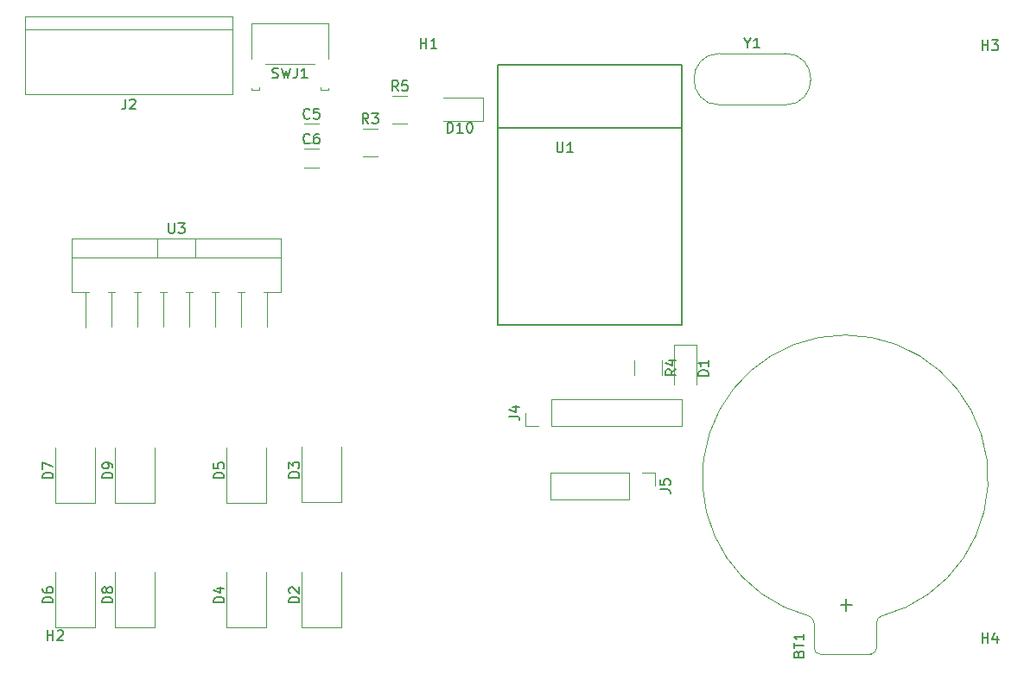
<source format=gbr>
%TF.GenerationSoftware,KiCad,Pcbnew,7.0.7*%
%TF.CreationDate,2023-11-07T23:05:13-03:00*%
%TF.ProjectId,robot seg,726f626f-7420-4736-9567-2e6b69636164,rev?*%
%TF.SameCoordinates,Original*%
%TF.FileFunction,Legend,Top*%
%TF.FilePolarity,Positive*%
%FSLAX46Y46*%
G04 Gerber Fmt 4.6, Leading zero omitted, Abs format (unit mm)*
G04 Created by KiCad (PCBNEW 7.0.7) date 2023-11-07 23:05:13*
%MOMM*%
%LPD*%
G01*
G04 APERTURE LIST*
%ADD10C,0.150000*%
%ADD11C,0.120000*%
%ADD12C,0.127000*%
G04 APERTURE END LIST*
D10*
X175731419Y-91111294D02*
X174731419Y-91111294D01*
X174731419Y-91111294D02*
X174731419Y-90873199D01*
X174731419Y-90873199D02*
X174779038Y-90730342D01*
X174779038Y-90730342D02*
X174874276Y-90635104D01*
X174874276Y-90635104D02*
X174969514Y-90587485D01*
X174969514Y-90587485D02*
X175159990Y-90539866D01*
X175159990Y-90539866D02*
X175302847Y-90539866D01*
X175302847Y-90539866D02*
X175493323Y-90587485D01*
X175493323Y-90587485D02*
X175588561Y-90635104D01*
X175588561Y-90635104D02*
X175683800Y-90730342D01*
X175683800Y-90730342D02*
X175731419Y-90873199D01*
X175731419Y-90873199D02*
X175731419Y-91111294D01*
X175731419Y-89587485D02*
X175731419Y-90158913D01*
X175731419Y-89873199D02*
X174731419Y-89873199D01*
X174731419Y-89873199D02*
X174874276Y-89968437D01*
X174874276Y-89968437D02*
X174969514Y-90063675D01*
X174969514Y-90063675D02*
X175017133Y-90158913D01*
X156205019Y-95075333D02*
X156919304Y-95075333D01*
X156919304Y-95075333D02*
X157062161Y-95122952D01*
X157062161Y-95122952D02*
X157157400Y-95218190D01*
X157157400Y-95218190D02*
X157205019Y-95361047D01*
X157205019Y-95361047D02*
X157205019Y-95456285D01*
X156538352Y-94170571D02*
X157205019Y-94170571D01*
X156157400Y-94408666D02*
X156871685Y-94646761D01*
X156871685Y-94646761D02*
X156871685Y-94027714D01*
X184559409Y-118353715D02*
X184607028Y-118210858D01*
X184607028Y-118210858D02*
X184654647Y-118163239D01*
X184654647Y-118163239D02*
X184749885Y-118115620D01*
X184749885Y-118115620D02*
X184892742Y-118115620D01*
X184892742Y-118115620D02*
X184987980Y-118163239D01*
X184987980Y-118163239D02*
X185035600Y-118210858D01*
X185035600Y-118210858D02*
X185083219Y-118306096D01*
X185083219Y-118306096D02*
X185083219Y-118687048D01*
X185083219Y-118687048D02*
X184083219Y-118687048D01*
X184083219Y-118687048D02*
X184083219Y-118353715D01*
X184083219Y-118353715D02*
X184130838Y-118258477D01*
X184130838Y-118258477D02*
X184178457Y-118210858D01*
X184178457Y-118210858D02*
X184273695Y-118163239D01*
X184273695Y-118163239D02*
X184368933Y-118163239D01*
X184368933Y-118163239D02*
X184464171Y-118210858D01*
X184464171Y-118210858D02*
X184511790Y-118258477D01*
X184511790Y-118258477D02*
X184559409Y-118353715D01*
X184559409Y-118353715D02*
X184559409Y-118687048D01*
X184083219Y-117829905D02*
X184083219Y-117258477D01*
X185083219Y-117544191D02*
X184083219Y-117544191D01*
X185083219Y-116401334D02*
X185083219Y-116972762D01*
X185083219Y-116687048D02*
X184083219Y-116687048D01*
X184083219Y-116687048D02*
X184226076Y-116782286D01*
X184226076Y-116782286D02*
X184321314Y-116877524D01*
X184321314Y-116877524D02*
X184368933Y-116972762D01*
X189243100Y-114139429D02*
X189243100Y-112996572D01*
X189814528Y-113568000D02*
X188671671Y-113568000D01*
X202539695Y-59230419D02*
X202539695Y-58230419D01*
X202539695Y-58706609D02*
X203111123Y-58706609D01*
X203111123Y-59230419D02*
X203111123Y-58230419D01*
X203492076Y-58230419D02*
X204111123Y-58230419D01*
X204111123Y-58230419D02*
X203777790Y-58611371D01*
X203777790Y-58611371D02*
X203920647Y-58611371D01*
X203920647Y-58611371D02*
X204015885Y-58658990D01*
X204015885Y-58658990D02*
X204063504Y-58706609D01*
X204063504Y-58706609D02*
X204111123Y-58801847D01*
X204111123Y-58801847D02*
X204111123Y-59039942D01*
X204111123Y-59039942D02*
X204063504Y-59135180D01*
X204063504Y-59135180D02*
X204015885Y-59182800D01*
X204015885Y-59182800D02*
X203920647Y-59230419D01*
X203920647Y-59230419D02*
X203634933Y-59230419D01*
X203634933Y-59230419D02*
X203539695Y-59182800D01*
X203539695Y-59182800D02*
X203492076Y-59135180D01*
X202539695Y-117311219D02*
X202539695Y-116311219D01*
X202539695Y-116787409D02*
X203111123Y-116787409D01*
X203111123Y-117311219D02*
X203111123Y-116311219D01*
X204015885Y-116644552D02*
X204015885Y-117311219D01*
X203777790Y-116263600D02*
X203539695Y-116977885D01*
X203539695Y-116977885D02*
X204158742Y-116977885D01*
X117337219Y-101154494D02*
X116337219Y-101154494D01*
X116337219Y-101154494D02*
X116337219Y-100916399D01*
X116337219Y-100916399D02*
X116384838Y-100773542D01*
X116384838Y-100773542D02*
X116480076Y-100678304D01*
X116480076Y-100678304D02*
X116575314Y-100630685D01*
X116575314Y-100630685D02*
X116765790Y-100583066D01*
X116765790Y-100583066D02*
X116908647Y-100583066D01*
X116908647Y-100583066D02*
X117099123Y-100630685D01*
X117099123Y-100630685D02*
X117194361Y-100678304D01*
X117194361Y-100678304D02*
X117289600Y-100773542D01*
X117289600Y-100773542D02*
X117337219Y-100916399D01*
X117337219Y-100916399D02*
X117337219Y-101154494D01*
X117337219Y-100106875D02*
X117337219Y-99916399D01*
X117337219Y-99916399D02*
X117289600Y-99821161D01*
X117289600Y-99821161D02*
X117241980Y-99773542D01*
X117241980Y-99773542D02*
X117099123Y-99678304D01*
X117099123Y-99678304D02*
X116908647Y-99630685D01*
X116908647Y-99630685D02*
X116527695Y-99630685D01*
X116527695Y-99630685D02*
X116432457Y-99678304D01*
X116432457Y-99678304D02*
X116384838Y-99725923D01*
X116384838Y-99725923D02*
X116337219Y-99821161D01*
X116337219Y-99821161D02*
X116337219Y-100011637D01*
X116337219Y-100011637D02*
X116384838Y-100106875D01*
X116384838Y-100106875D02*
X116432457Y-100154494D01*
X116432457Y-100154494D02*
X116527695Y-100202113D01*
X116527695Y-100202113D02*
X116765790Y-100202113D01*
X116765790Y-100202113D02*
X116861028Y-100154494D01*
X116861028Y-100154494D02*
X116908647Y-100106875D01*
X116908647Y-100106875D02*
X116956266Y-100011637D01*
X116956266Y-100011637D02*
X116956266Y-99821161D01*
X116956266Y-99821161D02*
X116908647Y-99725923D01*
X116908647Y-99725923D02*
X116861028Y-99678304D01*
X116861028Y-99678304D02*
X116765790Y-99630685D01*
X145324533Y-63198819D02*
X144991200Y-62722628D01*
X144753105Y-63198819D02*
X144753105Y-62198819D01*
X144753105Y-62198819D02*
X145134057Y-62198819D01*
X145134057Y-62198819D02*
X145229295Y-62246438D01*
X145229295Y-62246438D02*
X145276914Y-62294057D01*
X145276914Y-62294057D02*
X145324533Y-62389295D01*
X145324533Y-62389295D02*
X145324533Y-62532152D01*
X145324533Y-62532152D02*
X145276914Y-62627390D01*
X145276914Y-62627390D02*
X145229295Y-62675009D01*
X145229295Y-62675009D02*
X145134057Y-62722628D01*
X145134057Y-62722628D02*
X144753105Y-62722628D01*
X146229295Y-62198819D02*
X145753105Y-62198819D01*
X145753105Y-62198819D02*
X145705486Y-62675009D01*
X145705486Y-62675009D02*
X145753105Y-62627390D01*
X145753105Y-62627390D02*
X145848343Y-62579771D01*
X145848343Y-62579771D02*
X146086438Y-62579771D01*
X146086438Y-62579771D02*
X146181676Y-62627390D01*
X146181676Y-62627390D02*
X146229295Y-62675009D01*
X146229295Y-62675009D02*
X146276914Y-62770247D01*
X146276914Y-62770247D02*
X146276914Y-63008342D01*
X146276914Y-63008342D02*
X146229295Y-63103580D01*
X146229295Y-63103580D02*
X146181676Y-63151200D01*
X146181676Y-63151200D02*
X146086438Y-63198819D01*
X146086438Y-63198819D02*
X145848343Y-63198819D01*
X145848343Y-63198819D02*
X145753105Y-63151200D01*
X145753105Y-63151200D02*
X145705486Y-63103580D01*
X150144314Y-67298819D02*
X150144314Y-66298819D01*
X150144314Y-66298819D02*
X150382409Y-66298819D01*
X150382409Y-66298819D02*
X150525266Y-66346438D01*
X150525266Y-66346438D02*
X150620504Y-66441676D01*
X150620504Y-66441676D02*
X150668123Y-66536914D01*
X150668123Y-66536914D02*
X150715742Y-66727390D01*
X150715742Y-66727390D02*
X150715742Y-66870247D01*
X150715742Y-66870247D02*
X150668123Y-67060723D01*
X150668123Y-67060723D02*
X150620504Y-67155961D01*
X150620504Y-67155961D02*
X150525266Y-67251200D01*
X150525266Y-67251200D02*
X150382409Y-67298819D01*
X150382409Y-67298819D02*
X150144314Y-67298819D01*
X151668123Y-67298819D02*
X151096695Y-67298819D01*
X151382409Y-67298819D02*
X151382409Y-66298819D01*
X151382409Y-66298819D02*
X151287171Y-66441676D01*
X151287171Y-66441676D02*
X151191933Y-66536914D01*
X151191933Y-66536914D02*
X151096695Y-66584533D01*
X152287171Y-66298819D02*
X152382409Y-66298819D01*
X152382409Y-66298819D02*
X152477647Y-66346438D01*
X152477647Y-66346438D02*
X152525266Y-66394057D01*
X152525266Y-66394057D02*
X152572885Y-66489295D01*
X152572885Y-66489295D02*
X152620504Y-66679771D01*
X152620504Y-66679771D02*
X152620504Y-66917866D01*
X152620504Y-66917866D02*
X152572885Y-67108342D01*
X152572885Y-67108342D02*
X152525266Y-67203580D01*
X152525266Y-67203580D02*
X152477647Y-67251200D01*
X152477647Y-67251200D02*
X152382409Y-67298819D01*
X152382409Y-67298819D02*
X152287171Y-67298819D01*
X152287171Y-67298819D02*
X152191933Y-67251200D01*
X152191933Y-67251200D02*
X152144314Y-67203580D01*
X152144314Y-67203580D02*
X152096695Y-67108342D01*
X152096695Y-67108342D02*
X152049076Y-66917866D01*
X152049076Y-66917866D02*
X152049076Y-66679771D01*
X152049076Y-66679771D02*
X152096695Y-66489295D01*
X152096695Y-66489295D02*
X152144314Y-66394057D01*
X152144314Y-66394057D02*
X152191933Y-66346438D01*
X152191933Y-66346438D02*
X152287171Y-66298819D01*
X136661333Y-68283380D02*
X136613714Y-68331000D01*
X136613714Y-68331000D02*
X136470857Y-68378619D01*
X136470857Y-68378619D02*
X136375619Y-68378619D01*
X136375619Y-68378619D02*
X136232762Y-68331000D01*
X136232762Y-68331000D02*
X136137524Y-68235761D01*
X136137524Y-68235761D02*
X136089905Y-68140523D01*
X136089905Y-68140523D02*
X136042286Y-67950047D01*
X136042286Y-67950047D02*
X136042286Y-67807190D01*
X136042286Y-67807190D02*
X136089905Y-67616714D01*
X136089905Y-67616714D02*
X136137524Y-67521476D01*
X136137524Y-67521476D02*
X136232762Y-67426238D01*
X136232762Y-67426238D02*
X136375619Y-67378619D01*
X136375619Y-67378619D02*
X136470857Y-67378619D01*
X136470857Y-67378619D02*
X136613714Y-67426238D01*
X136613714Y-67426238D02*
X136661333Y-67473857D01*
X137518476Y-67378619D02*
X137328000Y-67378619D01*
X137328000Y-67378619D02*
X137232762Y-67426238D01*
X137232762Y-67426238D02*
X137185143Y-67473857D01*
X137185143Y-67473857D02*
X137089905Y-67616714D01*
X137089905Y-67616714D02*
X137042286Y-67807190D01*
X137042286Y-67807190D02*
X137042286Y-68188142D01*
X137042286Y-68188142D02*
X137089905Y-68283380D01*
X137089905Y-68283380D02*
X137137524Y-68331000D01*
X137137524Y-68331000D02*
X137232762Y-68378619D01*
X137232762Y-68378619D02*
X137423238Y-68378619D01*
X137423238Y-68378619D02*
X137518476Y-68331000D01*
X137518476Y-68331000D02*
X137566095Y-68283380D01*
X137566095Y-68283380D02*
X137613714Y-68188142D01*
X137613714Y-68188142D02*
X137613714Y-67950047D01*
X137613714Y-67950047D02*
X137566095Y-67854809D01*
X137566095Y-67854809D02*
X137518476Y-67807190D01*
X137518476Y-67807190D02*
X137423238Y-67759571D01*
X137423238Y-67759571D02*
X137232762Y-67759571D01*
X137232762Y-67759571D02*
X137137524Y-67807190D01*
X137137524Y-67807190D02*
X137089905Y-67854809D01*
X137089905Y-67854809D02*
X137042286Y-67950047D01*
X160895495Y-68202219D02*
X160895495Y-69011742D01*
X160895495Y-69011742D02*
X160943114Y-69106980D01*
X160943114Y-69106980D02*
X160990733Y-69154600D01*
X160990733Y-69154600D02*
X161085971Y-69202219D01*
X161085971Y-69202219D02*
X161276447Y-69202219D01*
X161276447Y-69202219D02*
X161371685Y-69154600D01*
X161371685Y-69154600D02*
X161419304Y-69106980D01*
X161419304Y-69106980D02*
X161466923Y-69011742D01*
X161466923Y-69011742D02*
X161466923Y-68202219D01*
X162466923Y-69202219D02*
X161895495Y-69202219D01*
X162181209Y-69202219D02*
X162181209Y-68202219D01*
X162181209Y-68202219D02*
X162085971Y-68345076D01*
X162085971Y-68345076D02*
X161990733Y-68440314D01*
X161990733Y-68440314D02*
X161895495Y-68487933D01*
X128254219Y-101149494D02*
X127254219Y-101149494D01*
X127254219Y-101149494D02*
X127254219Y-100911399D01*
X127254219Y-100911399D02*
X127301838Y-100768542D01*
X127301838Y-100768542D02*
X127397076Y-100673304D01*
X127397076Y-100673304D02*
X127492314Y-100625685D01*
X127492314Y-100625685D02*
X127682790Y-100578066D01*
X127682790Y-100578066D02*
X127825647Y-100578066D01*
X127825647Y-100578066D02*
X128016123Y-100625685D01*
X128016123Y-100625685D02*
X128111361Y-100673304D01*
X128111361Y-100673304D02*
X128206600Y-100768542D01*
X128206600Y-100768542D02*
X128254219Y-100911399D01*
X128254219Y-100911399D02*
X128254219Y-101149494D01*
X127254219Y-99673304D02*
X127254219Y-100149494D01*
X127254219Y-100149494D02*
X127730409Y-100197113D01*
X127730409Y-100197113D02*
X127682790Y-100149494D01*
X127682790Y-100149494D02*
X127635171Y-100054256D01*
X127635171Y-100054256D02*
X127635171Y-99816161D01*
X127635171Y-99816161D02*
X127682790Y-99720923D01*
X127682790Y-99720923D02*
X127730409Y-99673304D01*
X127730409Y-99673304D02*
X127825647Y-99625685D01*
X127825647Y-99625685D02*
X128063742Y-99625685D01*
X128063742Y-99625685D02*
X128158980Y-99673304D01*
X128158980Y-99673304D02*
X128206600Y-99720923D01*
X128206600Y-99720923D02*
X128254219Y-99816161D01*
X128254219Y-99816161D02*
X128254219Y-100054256D01*
X128254219Y-100054256D02*
X128206600Y-100149494D01*
X128206600Y-100149494D02*
X128158980Y-100197113D01*
X179557409Y-58505828D02*
X179557409Y-58982019D01*
X179224076Y-57982019D02*
X179557409Y-58505828D01*
X179557409Y-58505828D02*
X179890742Y-57982019D01*
X180747885Y-58982019D02*
X180176457Y-58982019D01*
X180462171Y-58982019D02*
X180462171Y-57982019D01*
X180462171Y-57982019D02*
X180366933Y-58124876D01*
X180366933Y-58124876D02*
X180271695Y-58220114D01*
X180271695Y-58220114D02*
X180176457Y-58267733D01*
X117332219Y-113346494D02*
X116332219Y-113346494D01*
X116332219Y-113346494D02*
X116332219Y-113108399D01*
X116332219Y-113108399D02*
X116379838Y-112965542D01*
X116379838Y-112965542D02*
X116475076Y-112870304D01*
X116475076Y-112870304D02*
X116570314Y-112822685D01*
X116570314Y-112822685D02*
X116760790Y-112775066D01*
X116760790Y-112775066D02*
X116903647Y-112775066D01*
X116903647Y-112775066D02*
X117094123Y-112822685D01*
X117094123Y-112822685D02*
X117189361Y-112870304D01*
X117189361Y-112870304D02*
X117284600Y-112965542D01*
X117284600Y-112965542D02*
X117332219Y-113108399D01*
X117332219Y-113108399D02*
X117332219Y-113346494D01*
X116760790Y-112203637D02*
X116713171Y-112298875D01*
X116713171Y-112298875D02*
X116665552Y-112346494D01*
X116665552Y-112346494D02*
X116570314Y-112394113D01*
X116570314Y-112394113D02*
X116522695Y-112394113D01*
X116522695Y-112394113D02*
X116427457Y-112346494D01*
X116427457Y-112346494D02*
X116379838Y-112298875D01*
X116379838Y-112298875D02*
X116332219Y-112203637D01*
X116332219Y-112203637D02*
X116332219Y-112013161D01*
X116332219Y-112013161D02*
X116379838Y-111917923D01*
X116379838Y-111917923D02*
X116427457Y-111870304D01*
X116427457Y-111870304D02*
X116522695Y-111822685D01*
X116522695Y-111822685D02*
X116570314Y-111822685D01*
X116570314Y-111822685D02*
X116665552Y-111870304D01*
X116665552Y-111870304D02*
X116713171Y-111917923D01*
X116713171Y-111917923D02*
X116760790Y-112013161D01*
X116760790Y-112013161D02*
X116760790Y-112203637D01*
X116760790Y-112203637D02*
X116808409Y-112298875D01*
X116808409Y-112298875D02*
X116856028Y-112346494D01*
X116856028Y-112346494D02*
X116951266Y-112394113D01*
X116951266Y-112394113D02*
X117141742Y-112394113D01*
X117141742Y-112394113D02*
X117236980Y-112346494D01*
X117236980Y-112346494D02*
X117284600Y-112298875D01*
X117284600Y-112298875D02*
X117332219Y-112203637D01*
X117332219Y-112203637D02*
X117332219Y-112013161D01*
X117332219Y-112013161D02*
X117284600Y-111917923D01*
X117284600Y-111917923D02*
X117236980Y-111870304D01*
X117236980Y-111870304D02*
X117141742Y-111822685D01*
X117141742Y-111822685D02*
X116951266Y-111822685D01*
X116951266Y-111822685D02*
X116856028Y-111870304D01*
X116856028Y-111870304D02*
X116808409Y-111917923D01*
X116808409Y-111917923D02*
X116760790Y-112013161D01*
X142403533Y-66399219D02*
X142070200Y-65923028D01*
X141832105Y-66399219D02*
X141832105Y-65399219D01*
X141832105Y-65399219D02*
X142213057Y-65399219D01*
X142213057Y-65399219D02*
X142308295Y-65446838D01*
X142308295Y-65446838D02*
X142355914Y-65494457D01*
X142355914Y-65494457D02*
X142403533Y-65589695D01*
X142403533Y-65589695D02*
X142403533Y-65732552D01*
X142403533Y-65732552D02*
X142355914Y-65827790D01*
X142355914Y-65827790D02*
X142308295Y-65875409D01*
X142308295Y-65875409D02*
X142213057Y-65923028D01*
X142213057Y-65923028D02*
X141832105Y-65923028D01*
X142736867Y-65399219D02*
X143355914Y-65399219D01*
X143355914Y-65399219D02*
X143022581Y-65780171D01*
X143022581Y-65780171D02*
X143165438Y-65780171D01*
X143165438Y-65780171D02*
X143260676Y-65827790D01*
X143260676Y-65827790D02*
X143308295Y-65875409D01*
X143308295Y-65875409D02*
X143355914Y-65970647D01*
X143355914Y-65970647D02*
X143355914Y-66208742D01*
X143355914Y-66208742D02*
X143308295Y-66303980D01*
X143308295Y-66303980D02*
X143260676Y-66351600D01*
X143260676Y-66351600D02*
X143165438Y-66399219D01*
X143165438Y-66399219D02*
X142879724Y-66399219D01*
X142879724Y-66399219D02*
X142784486Y-66351600D01*
X142784486Y-66351600D02*
X142736867Y-66303980D01*
X147523295Y-59027219D02*
X147523295Y-58027219D01*
X147523295Y-58503409D02*
X148094723Y-58503409D01*
X148094723Y-59027219D02*
X148094723Y-58027219D01*
X149094723Y-59027219D02*
X148523295Y-59027219D01*
X148809009Y-59027219D02*
X148809009Y-58027219D01*
X148809009Y-58027219D02*
X148713771Y-58170076D01*
X148713771Y-58170076D02*
X148618533Y-58265314D01*
X148618533Y-58265314D02*
X148523295Y-58312933D01*
X122834495Y-76156219D02*
X122834495Y-76965742D01*
X122834495Y-76965742D02*
X122882114Y-77060980D01*
X122882114Y-77060980D02*
X122929733Y-77108600D01*
X122929733Y-77108600D02*
X123024971Y-77156219D01*
X123024971Y-77156219D02*
X123215447Y-77156219D01*
X123215447Y-77156219D02*
X123310685Y-77108600D01*
X123310685Y-77108600D02*
X123358304Y-77060980D01*
X123358304Y-77060980D02*
X123405923Y-76965742D01*
X123405923Y-76965742D02*
X123405923Y-76156219D01*
X123786876Y-76156219D02*
X124405923Y-76156219D01*
X124405923Y-76156219D02*
X124072590Y-76537171D01*
X124072590Y-76537171D02*
X124215447Y-76537171D01*
X124215447Y-76537171D02*
X124310685Y-76584790D01*
X124310685Y-76584790D02*
X124358304Y-76632409D01*
X124358304Y-76632409D02*
X124405923Y-76727647D01*
X124405923Y-76727647D02*
X124405923Y-76965742D01*
X124405923Y-76965742D02*
X124358304Y-77060980D01*
X124358304Y-77060980D02*
X124310685Y-77108600D01*
X124310685Y-77108600D02*
X124215447Y-77156219D01*
X124215447Y-77156219D02*
X123929733Y-77156219D01*
X123929733Y-77156219D02*
X123834495Y-77108600D01*
X123834495Y-77108600D02*
X123786876Y-77060980D01*
X111495219Y-101154494D02*
X110495219Y-101154494D01*
X110495219Y-101154494D02*
X110495219Y-100916399D01*
X110495219Y-100916399D02*
X110542838Y-100773542D01*
X110542838Y-100773542D02*
X110638076Y-100678304D01*
X110638076Y-100678304D02*
X110733314Y-100630685D01*
X110733314Y-100630685D02*
X110923790Y-100583066D01*
X110923790Y-100583066D02*
X111066647Y-100583066D01*
X111066647Y-100583066D02*
X111257123Y-100630685D01*
X111257123Y-100630685D02*
X111352361Y-100678304D01*
X111352361Y-100678304D02*
X111447600Y-100773542D01*
X111447600Y-100773542D02*
X111495219Y-100916399D01*
X111495219Y-100916399D02*
X111495219Y-101154494D01*
X110495219Y-100249732D02*
X110495219Y-99583066D01*
X110495219Y-99583066D02*
X111495219Y-100011637D01*
X111490219Y-113346494D02*
X110490219Y-113346494D01*
X110490219Y-113346494D02*
X110490219Y-113108399D01*
X110490219Y-113108399D02*
X110537838Y-112965542D01*
X110537838Y-112965542D02*
X110633076Y-112870304D01*
X110633076Y-112870304D02*
X110728314Y-112822685D01*
X110728314Y-112822685D02*
X110918790Y-112775066D01*
X110918790Y-112775066D02*
X111061647Y-112775066D01*
X111061647Y-112775066D02*
X111252123Y-112822685D01*
X111252123Y-112822685D02*
X111347361Y-112870304D01*
X111347361Y-112870304D02*
X111442600Y-112965542D01*
X111442600Y-112965542D02*
X111490219Y-113108399D01*
X111490219Y-113108399D02*
X111490219Y-113346494D01*
X110490219Y-111917923D02*
X110490219Y-112108399D01*
X110490219Y-112108399D02*
X110537838Y-112203637D01*
X110537838Y-112203637D02*
X110585457Y-112251256D01*
X110585457Y-112251256D02*
X110728314Y-112346494D01*
X110728314Y-112346494D02*
X110918790Y-112394113D01*
X110918790Y-112394113D02*
X111299742Y-112394113D01*
X111299742Y-112394113D02*
X111394980Y-112346494D01*
X111394980Y-112346494D02*
X111442600Y-112298875D01*
X111442600Y-112298875D02*
X111490219Y-112203637D01*
X111490219Y-112203637D02*
X111490219Y-112013161D01*
X111490219Y-112013161D02*
X111442600Y-111917923D01*
X111442600Y-111917923D02*
X111394980Y-111870304D01*
X111394980Y-111870304D02*
X111299742Y-111822685D01*
X111299742Y-111822685D02*
X111061647Y-111822685D01*
X111061647Y-111822685D02*
X110966409Y-111870304D01*
X110966409Y-111870304D02*
X110918790Y-111917923D01*
X110918790Y-111917923D02*
X110871171Y-112013161D01*
X110871171Y-112013161D02*
X110871171Y-112203637D01*
X110871171Y-112203637D02*
X110918790Y-112298875D01*
X110918790Y-112298875D02*
X110966409Y-112346494D01*
X110966409Y-112346494D02*
X111061647Y-112394113D01*
X135625219Y-101088494D02*
X134625219Y-101088494D01*
X134625219Y-101088494D02*
X134625219Y-100850399D01*
X134625219Y-100850399D02*
X134672838Y-100707542D01*
X134672838Y-100707542D02*
X134768076Y-100612304D01*
X134768076Y-100612304D02*
X134863314Y-100564685D01*
X134863314Y-100564685D02*
X135053790Y-100517066D01*
X135053790Y-100517066D02*
X135196647Y-100517066D01*
X135196647Y-100517066D02*
X135387123Y-100564685D01*
X135387123Y-100564685D02*
X135482361Y-100612304D01*
X135482361Y-100612304D02*
X135577600Y-100707542D01*
X135577600Y-100707542D02*
X135625219Y-100850399D01*
X135625219Y-100850399D02*
X135625219Y-101088494D01*
X134625219Y-100183732D02*
X134625219Y-99564685D01*
X134625219Y-99564685D02*
X135006171Y-99898018D01*
X135006171Y-99898018D02*
X135006171Y-99755161D01*
X135006171Y-99755161D02*
X135053790Y-99659923D01*
X135053790Y-99659923D02*
X135101409Y-99612304D01*
X135101409Y-99612304D02*
X135196647Y-99564685D01*
X135196647Y-99564685D02*
X135434742Y-99564685D01*
X135434742Y-99564685D02*
X135529980Y-99612304D01*
X135529980Y-99612304D02*
X135577600Y-99659923D01*
X135577600Y-99659923D02*
X135625219Y-99755161D01*
X135625219Y-99755161D02*
X135625219Y-100040875D01*
X135625219Y-100040875D02*
X135577600Y-100136113D01*
X135577600Y-100136113D02*
X135529980Y-100183732D01*
X128259219Y-113341494D02*
X127259219Y-113341494D01*
X127259219Y-113341494D02*
X127259219Y-113103399D01*
X127259219Y-113103399D02*
X127306838Y-112960542D01*
X127306838Y-112960542D02*
X127402076Y-112865304D01*
X127402076Y-112865304D02*
X127497314Y-112817685D01*
X127497314Y-112817685D02*
X127687790Y-112770066D01*
X127687790Y-112770066D02*
X127830647Y-112770066D01*
X127830647Y-112770066D02*
X128021123Y-112817685D01*
X128021123Y-112817685D02*
X128116361Y-112865304D01*
X128116361Y-112865304D02*
X128211600Y-112960542D01*
X128211600Y-112960542D02*
X128259219Y-113103399D01*
X128259219Y-113103399D02*
X128259219Y-113341494D01*
X127592552Y-111912923D02*
X128259219Y-111912923D01*
X127211600Y-112151018D02*
X127925885Y-112389113D01*
X127925885Y-112389113D02*
X127925885Y-111770066D01*
X133007313Y-61894200D02*
X133150170Y-61941819D01*
X133150170Y-61941819D02*
X133388265Y-61941819D01*
X133388265Y-61941819D02*
X133483503Y-61894200D01*
X133483503Y-61894200D02*
X133531122Y-61846580D01*
X133531122Y-61846580D02*
X133578741Y-61751342D01*
X133578741Y-61751342D02*
X133578741Y-61656104D01*
X133578741Y-61656104D02*
X133531122Y-61560866D01*
X133531122Y-61560866D02*
X133483503Y-61513247D01*
X133483503Y-61513247D02*
X133388265Y-61465628D01*
X133388265Y-61465628D02*
X133197789Y-61418009D01*
X133197789Y-61418009D02*
X133102551Y-61370390D01*
X133102551Y-61370390D02*
X133054932Y-61322771D01*
X133054932Y-61322771D02*
X133007313Y-61227533D01*
X133007313Y-61227533D02*
X133007313Y-61132295D01*
X133007313Y-61132295D02*
X133054932Y-61037057D01*
X133054932Y-61037057D02*
X133102551Y-60989438D01*
X133102551Y-60989438D02*
X133197789Y-60941819D01*
X133197789Y-60941819D02*
X133435884Y-60941819D01*
X133435884Y-60941819D02*
X133578741Y-60989438D01*
X133912075Y-60941819D02*
X134150170Y-61941819D01*
X134150170Y-61941819D02*
X134340646Y-61227533D01*
X134340646Y-61227533D02*
X134531122Y-61941819D01*
X134531122Y-61941819D02*
X134769218Y-60941819D01*
X135435884Y-60941819D02*
X135435884Y-61656104D01*
X135435884Y-61656104D02*
X135388265Y-61798961D01*
X135388265Y-61798961D02*
X135293027Y-61894200D01*
X135293027Y-61894200D02*
X135150170Y-61941819D01*
X135150170Y-61941819D02*
X135054932Y-61941819D01*
X136435884Y-61941819D02*
X135864456Y-61941819D01*
X136150170Y-61941819D02*
X136150170Y-60941819D01*
X136150170Y-60941819D02*
X136054932Y-61084676D01*
X136054932Y-61084676D02*
X135959694Y-61179914D01*
X135959694Y-61179914D02*
X135864456Y-61227533D01*
X118609466Y-63995619D02*
X118609466Y-64709904D01*
X118609466Y-64709904D02*
X118561847Y-64852761D01*
X118561847Y-64852761D02*
X118466609Y-64948000D01*
X118466609Y-64948000D02*
X118323752Y-64995619D01*
X118323752Y-64995619D02*
X118228514Y-64995619D01*
X119038038Y-64090857D02*
X119085657Y-64043238D01*
X119085657Y-64043238D02*
X119180895Y-63995619D01*
X119180895Y-63995619D02*
X119418990Y-63995619D01*
X119418990Y-63995619D02*
X119514228Y-64043238D01*
X119514228Y-64043238D02*
X119561847Y-64090857D01*
X119561847Y-64090857D02*
X119609466Y-64186095D01*
X119609466Y-64186095D02*
X119609466Y-64281333D01*
X119609466Y-64281333D02*
X119561847Y-64424190D01*
X119561847Y-64424190D02*
X118990419Y-64995619D01*
X118990419Y-64995619D02*
X119609466Y-64995619D01*
X135625219Y-113341494D02*
X134625219Y-113341494D01*
X134625219Y-113341494D02*
X134625219Y-113103399D01*
X134625219Y-113103399D02*
X134672838Y-112960542D01*
X134672838Y-112960542D02*
X134768076Y-112865304D01*
X134768076Y-112865304D02*
X134863314Y-112817685D01*
X134863314Y-112817685D02*
X135053790Y-112770066D01*
X135053790Y-112770066D02*
X135196647Y-112770066D01*
X135196647Y-112770066D02*
X135387123Y-112817685D01*
X135387123Y-112817685D02*
X135482361Y-112865304D01*
X135482361Y-112865304D02*
X135577600Y-112960542D01*
X135577600Y-112960542D02*
X135625219Y-113103399D01*
X135625219Y-113103399D02*
X135625219Y-113341494D01*
X134720457Y-112389113D02*
X134672838Y-112341494D01*
X134672838Y-112341494D02*
X134625219Y-112246256D01*
X134625219Y-112246256D02*
X134625219Y-112008161D01*
X134625219Y-112008161D02*
X134672838Y-111912923D01*
X134672838Y-111912923D02*
X134720457Y-111865304D01*
X134720457Y-111865304D02*
X134815695Y-111817685D01*
X134815695Y-111817685D02*
X134910933Y-111817685D01*
X134910933Y-111817685D02*
X135053790Y-111865304D01*
X135053790Y-111865304D02*
X135625219Y-112436732D01*
X135625219Y-112436732D02*
X135625219Y-111817685D01*
X170974219Y-102238133D02*
X171688504Y-102238133D01*
X171688504Y-102238133D02*
X171831361Y-102285752D01*
X171831361Y-102285752D02*
X171926600Y-102380990D01*
X171926600Y-102380990D02*
X171974219Y-102523847D01*
X171974219Y-102523847D02*
X171974219Y-102619085D01*
X170974219Y-101285752D02*
X170974219Y-101761942D01*
X170974219Y-101761942D02*
X171450409Y-101809561D01*
X171450409Y-101809561D02*
X171402790Y-101761942D01*
X171402790Y-101761942D02*
X171355171Y-101666704D01*
X171355171Y-101666704D02*
X171355171Y-101428609D01*
X171355171Y-101428609D02*
X171402790Y-101333371D01*
X171402790Y-101333371D02*
X171450409Y-101285752D01*
X171450409Y-101285752D02*
X171545647Y-101238133D01*
X171545647Y-101238133D02*
X171783742Y-101238133D01*
X171783742Y-101238133D02*
X171878980Y-101285752D01*
X171878980Y-101285752D02*
X171926600Y-101333371D01*
X171926600Y-101333371D02*
X171974219Y-101428609D01*
X171974219Y-101428609D02*
X171974219Y-101666704D01*
X171974219Y-101666704D02*
X171926600Y-101761942D01*
X171926600Y-101761942D02*
X171878980Y-101809561D01*
X136661333Y-65844980D02*
X136613714Y-65892600D01*
X136613714Y-65892600D02*
X136470857Y-65940219D01*
X136470857Y-65940219D02*
X136375619Y-65940219D01*
X136375619Y-65940219D02*
X136232762Y-65892600D01*
X136232762Y-65892600D02*
X136137524Y-65797361D01*
X136137524Y-65797361D02*
X136089905Y-65702123D01*
X136089905Y-65702123D02*
X136042286Y-65511647D01*
X136042286Y-65511647D02*
X136042286Y-65368790D01*
X136042286Y-65368790D02*
X136089905Y-65178314D01*
X136089905Y-65178314D02*
X136137524Y-65083076D01*
X136137524Y-65083076D02*
X136232762Y-64987838D01*
X136232762Y-64987838D02*
X136375619Y-64940219D01*
X136375619Y-64940219D02*
X136470857Y-64940219D01*
X136470857Y-64940219D02*
X136613714Y-64987838D01*
X136613714Y-64987838D02*
X136661333Y-65035457D01*
X137566095Y-64940219D02*
X137089905Y-64940219D01*
X137089905Y-64940219D02*
X137042286Y-65416409D01*
X137042286Y-65416409D02*
X137089905Y-65368790D01*
X137089905Y-65368790D02*
X137185143Y-65321171D01*
X137185143Y-65321171D02*
X137423238Y-65321171D01*
X137423238Y-65321171D02*
X137518476Y-65368790D01*
X137518476Y-65368790D02*
X137566095Y-65416409D01*
X137566095Y-65416409D02*
X137613714Y-65511647D01*
X137613714Y-65511647D02*
X137613714Y-65749742D01*
X137613714Y-65749742D02*
X137566095Y-65844980D01*
X137566095Y-65844980D02*
X137518476Y-65892600D01*
X137518476Y-65892600D02*
X137423238Y-65940219D01*
X137423238Y-65940219D02*
X137185143Y-65940219D01*
X137185143Y-65940219D02*
X137089905Y-65892600D01*
X137089905Y-65892600D02*
X137042286Y-65844980D01*
X172533819Y-90478366D02*
X172057628Y-90811699D01*
X172533819Y-91049794D02*
X171533819Y-91049794D01*
X171533819Y-91049794D02*
X171533819Y-90668842D01*
X171533819Y-90668842D02*
X171581438Y-90573604D01*
X171581438Y-90573604D02*
X171629057Y-90525985D01*
X171629057Y-90525985D02*
X171724295Y-90478366D01*
X171724295Y-90478366D02*
X171867152Y-90478366D01*
X171867152Y-90478366D02*
X171962390Y-90525985D01*
X171962390Y-90525985D02*
X172010009Y-90573604D01*
X172010009Y-90573604D02*
X172057628Y-90668842D01*
X172057628Y-90668842D02*
X172057628Y-91049794D01*
X171867152Y-89621223D02*
X172533819Y-89621223D01*
X171486200Y-89859318D02*
X172200485Y-90097413D01*
X172200485Y-90097413D02*
X172200485Y-89478366D01*
X110947295Y-117031819D02*
X110947295Y-116031819D01*
X110947295Y-116508009D02*
X111518723Y-116508009D01*
X111518723Y-117031819D02*
X111518723Y-116031819D01*
X111947295Y-116127057D02*
X111994914Y-116079438D01*
X111994914Y-116079438D02*
X112090152Y-116031819D01*
X112090152Y-116031819D02*
X112328247Y-116031819D01*
X112328247Y-116031819D02*
X112423485Y-116079438D01*
X112423485Y-116079438D02*
X112471104Y-116127057D01*
X112471104Y-116127057D02*
X112518723Y-116222295D01*
X112518723Y-116222295D02*
X112518723Y-116317533D01*
X112518723Y-116317533D02*
X112471104Y-116460390D01*
X112471104Y-116460390D02*
X111899676Y-117031819D01*
X111899676Y-117031819D02*
X112518723Y-117031819D01*
D11*
%TO.C,D1*%
X174591600Y-88088200D02*
X172321600Y-88088200D01*
X172321600Y-88088200D02*
X172321600Y-91973200D01*
X174591600Y-91973200D02*
X174591600Y-88088200D01*
%TO.C,J4*%
X157750200Y-96072000D02*
X157750200Y-94742000D01*
X159080200Y-96072000D02*
X157750200Y-96072000D01*
X160350200Y-96072000D02*
X173110200Y-96072000D01*
X160350200Y-96072000D02*
X160350200Y-93412000D01*
X173110200Y-96072000D02*
X173110200Y-93412000D01*
X160350200Y-93412000D02*
X173110200Y-93412000D01*
%TO.C,BT1*%
X186628400Y-118368001D02*
X191628400Y-118368001D01*
X192178400Y-117818001D02*
X192178400Y-115368001D01*
X186078400Y-115368001D02*
X186078400Y-117818001D01*
X186078400Y-117818001D02*
G75*
G03*
X186628400Y-118368001I549999J-1D01*
G01*
X191628400Y-118368001D02*
G75*
G03*
X192178400Y-117818001I1J549999D01*
G01*
X192648399Y-114667999D02*
G75*
G03*
X192178400Y-115368001I286281J-700002D01*
G01*
X186078397Y-115368001D02*
G75*
G03*
X185608400Y-114668002I-756277J0D01*
G01*
X189128400Y-87118001D02*
G75*
G03*
X185608400Y-114668001I31J-13999875D01*
G01*
X192648400Y-114668001D02*
G75*
G03*
X189128400Y-87118001I-3520032J13550125D01*
G01*
%TO.C,D9*%
X117572400Y-103551400D02*
X121492400Y-103551400D01*
X121492400Y-103551400D02*
X121492400Y-98166400D01*
X117572400Y-98166400D02*
X117572400Y-103551400D01*
%TO.C,R5*%
X144767463Y-63669000D02*
X146214937Y-63669000D01*
X144767463Y-66379000D02*
X146214937Y-66379000D01*
%TO.C,D10*%
X153643600Y-66159000D02*
X153643600Y-63889000D01*
X153643600Y-63889000D02*
X149758600Y-63889000D01*
X149758600Y-66159000D02*
X153643600Y-66159000D01*
%TO.C,C6*%
X136116748Y-68863800D02*
X137539252Y-68863800D01*
X136116748Y-70683800D02*
X137539252Y-70683800D01*
D12*
%TO.C,U1*%
X155082400Y-60637400D02*
X173082400Y-60637400D01*
X155082400Y-66827400D02*
X155082400Y-60637400D01*
X155082400Y-66827400D02*
X155082400Y-86137400D01*
X155082400Y-86137400D02*
X173082400Y-86137400D01*
X173082400Y-60637400D02*
X173082400Y-66827400D01*
X173082400Y-66827400D02*
X155082400Y-66827400D01*
X173082400Y-86137400D02*
X173082400Y-66827400D01*
D11*
%TO.C,D5*%
X128489400Y-103546400D02*
X132409400Y-103546400D01*
X132409400Y-103546400D02*
X132409400Y-98161400D01*
X128489400Y-98161400D02*
X128489400Y-103546400D01*
%TO.C,Y1*%
X176833600Y-59527200D02*
X183233600Y-59527200D01*
X176833600Y-64577200D02*
X183233600Y-64577200D01*
X176833600Y-59527200D02*
G75*
G03*
X176833600Y-64577200I0J-2525000D01*
G01*
X183233600Y-64577200D02*
G75*
G03*
X183233600Y-59527200I0J2525000D01*
G01*
%TO.C,D8*%
X117567400Y-115743400D02*
X121487400Y-115743400D01*
X121487400Y-115743400D02*
X121487400Y-110358400D01*
X117567400Y-110358400D02*
X117567400Y-115743400D01*
%TO.C,R3*%
X141846463Y-66869400D02*
X143293937Y-66869400D01*
X141846463Y-69579400D02*
X143293937Y-69579400D01*
%TO.C,U3*%
X113376400Y-77701400D02*
X113376400Y-82942400D01*
X113376400Y-77701400D02*
X133816400Y-77701400D01*
X113376400Y-79541400D02*
X133816400Y-79541400D01*
X113376400Y-82942400D02*
X115052400Y-82942400D01*
X114706400Y-82942400D02*
X114706400Y-86351400D01*
X116901400Y-82942400D02*
X117592400Y-82942400D01*
X117246400Y-82942400D02*
X117246400Y-86336400D01*
X119441400Y-82942400D02*
X120132400Y-82942400D01*
X119786400Y-82942400D02*
X119786400Y-86336400D01*
X121747400Y-77701400D02*
X121747400Y-79541400D01*
X121981400Y-82942400D02*
X122672400Y-82942400D01*
X122326400Y-82942400D02*
X122326400Y-86336400D01*
X124521400Y-82942400D02*
X125212400Y-82942400D01*
X124866400Y-82942400D02*
X124866400Y-86336400D01*
X125446400Y-77701400D02*
X125446400Y-79541400D01*
X127061400Y-82942400D02*
X127752400Y-82942400D01*
X127406400Y-82942400D02*
X127406400Y-86336400D01*
X129601400Y-82942400D02*
X130292400Y-82942400D01*
X129946400Y-82942400D02*
X129946400Y-86336400D01*
X132141400Y-82942400D02*
X133816400Y-82942400D01*
X132486400Y-82942400D02*
X132486400Y-86336400D01*
X133816400Y-77701400D02*
X133816400Y-82942400D01*
%TO.C,D7*%
X111730400Y-103551400D02*
X115650400Y-103551400D01*
X115650400Y-103551400D02*
X115650400Y-98166400D01*
X111730400Y-98166400D02*
X111730400Y-103551400D01*
%TO.C,D6*%
X111725400Y-115743400D02*
X115645400Y-115743400D01*
X115645400Y-115743400D02*
X115645400Y-110358400D01*
X111725400Y-110358400D02*
X111725400Y-115743400D01*
%TO.C,D3*%
X135860400Y-103485400D02*
X139780400Y-103485400D01*
X139780400Y-103485400D02*
X139780400Y-98100400D01*
X135860400Y-98100400D02*
X135860400Y-103485400D01*
%TO.C,D4*%
X128494400Y-115738400D02*
X132414400Y-115738400D01*
X132414400Y-115738400D02*
X132414400Y-110353400D01*
X128494400Y-110353400D02*
X128494400Y-115738400D01*
%TO.C,SWJ1*%
X130951599Y-56617000D02*
X130951599Y-60067000D01*
X130951599Y-62907000D02*
X130951599Y-63107000D01*
X131741599Y-63107000D02*
X130951599Y-63107000D01*
X131741599Y-63107000D02*
X131741599Y-62857000D01*
X132331599Y-60557000D02*
X137111599Y-60557000D01*
X137701599Y-63107000D02*
X137701599Y-62857000D01*
X138491599Y-56617000D02*
X130951599Y-56617000D01*
X138491599Y-60067000D02*
X138491599Y-56617000D01*
X138491599Y-62907000D02*
X138491599Y-63107000D01*
X138491599Y-63107000D02*
X137701599Y-63107000D01*
%TO.C,J2*%
X129082800Y-63550800D02*
X129082800Y-55930800D01*
X129082800Y-63550800D02*
X108762800Y-63550800D01*
X129082800Y-55930800D02*
X108762800Y-55930800D01*
X108762800Y-57200800D02*
X129082800Y-57200800D01*
X108762800Y-55930800D02*
X108762800Y-63550800D01*
%TO.C,D2*%
X135860400Y-115738400D02*
X139780400Y-115738400D01*
X139780400Y-115738400D02*
X139780400Y-110353400D01*
X135860400Y-110353400D02*
X135860400Y-115738400D01*
%TO.C,J5*%
X170519400Y-100574800D02*
X170519400Y-101904800D01*
X169189400Y-100574800D02*
X170519400Y-100574800D01*
X167919400Y-100574800D02*
X160239400Y-100574800D01*
X167919400Y-100574800D02*
X167919400Y-103234800D01*
X160239400Y-100574800D02*
X160239400Y-103234800D01*
X167919400Y-103234800D02*
X160239400Y-103234800D01*
%TO.C,C5*%
X136116748Y-66425400D02*
X137539252Y-66425400D01*
X136116748Y-68245400D02*
X137539252Y-68245400D01*
%TO.C,R4*%
X171154000Y-89587963D02*
X171154000Y-91035437D01*
X168444000Y-89587963D02*
X168444000Y-91035437D01*
%TD*%
M02*

</source>
